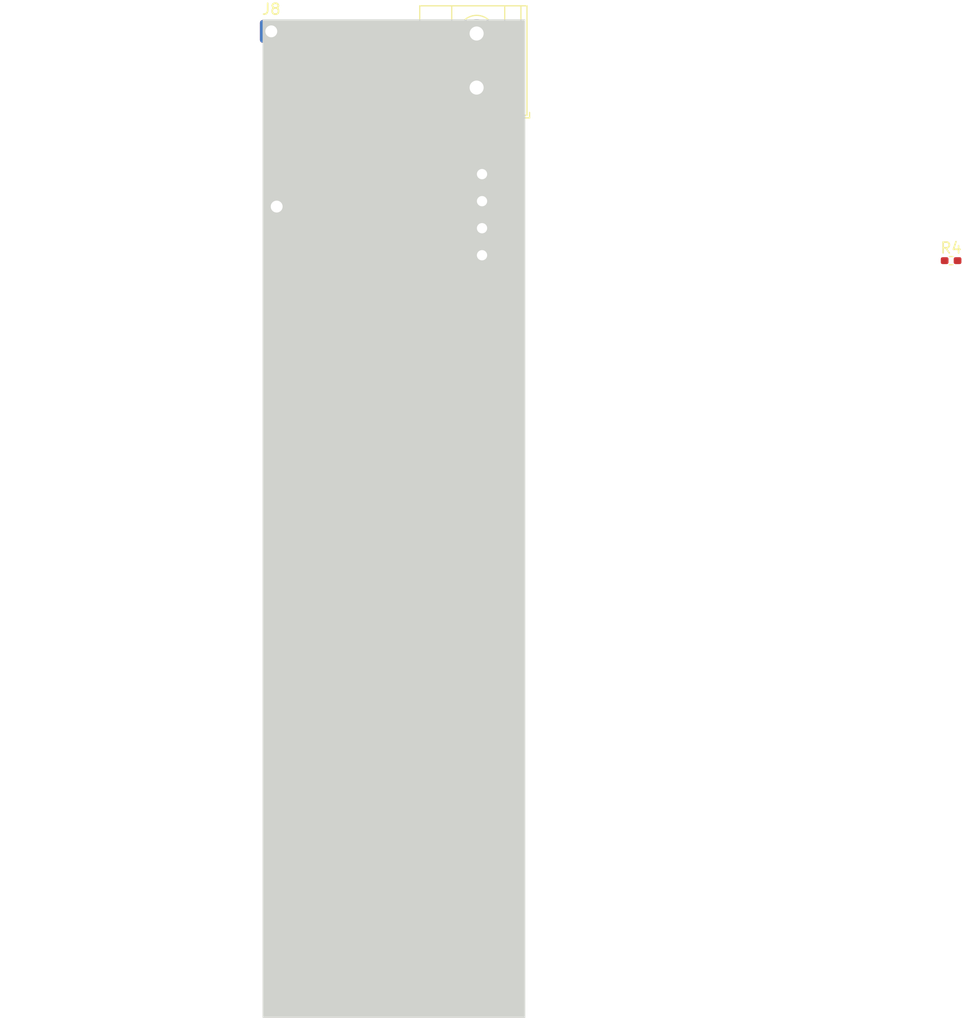
<source format=kicad_pcb>
(kicad_pcb (version 20240108) (generator "pcbnew") (generator_version "8.0")
  (layers (0 "F.Cu" signal) (31 "B.Cu" signal) (34 "B.Paste" user) (35 "F.Paste" user) (36 "B.SilkS" user "B.Silkscreen") (37 "F.SilkS" user "F.Silkscreen") (38 "B.Mask" user) (39 "F.Mask" user) (44 "Edge.Cuts" user))
  (net 0 "")
  (net 1 "GND")
  (net 2 "GNDPWR")
  (net 3 "Net-(J8-Pin_1)")
  (net 4 "+24V")
  (net 5 "/SCL")
  (net 6 "VDD")
  (net 7 "/SDA")
  (net 8 "/ADDR_SEL_0")
  (net 9 "/ADDR_SEL_1")
  (net 10 "/CHAN2_ENABLE")
  (net 11 "/CHAN3_ENABLE")
  (net 12 "/CHAN0_ENABLE")
  (net 15 "/CHAN1_ENABLE")
  (net 18 "Net-(U5-IN-)")
  (net 19 "Net-(U5-IN+)")
  (net 20 "Net-(JP3-C)")
  (net 21 "Net-(JP4-C)")
  (net 22 "Net-(JP5-C)")
  (net 23 "Net-(D1-A)")
  (net 24 "Net-(J7-Pin_1)")
  (footprint "Package_TO_SOT_SMD:SOT-23" (layer "F.Cu") (at 136.5625 49.5 180)
    (property "Reference" "Q1" (at 0 -2.4 360) (layer "F.SilkS"))
    (property "Value" "DMN3404L")
    (fp_line (start 0 1.56) (end 0.65 1.56) (stroke (width 0.12)) (layer "F.SilkS"))
    (fp_line (start 0 1.56) (end -0.65 1.56) (stroke (width 0.12)) (layer "F.SilkS"))
    (fp_line (start 0 -1.56) (end 0.65 -1.56) (stroke (width 0.12)) (layer "F.SilkS"))
    (fp_line (start 0 -1.56) (end -0.65 -1.56) (stroke (width 0.12)) (layer "F.SilkS"))
    (fp_poly (pts (xy -1.1625 -1.51) (xy -1.4025 -1.84) (xy -0.9225 -1.84) (xy -1.1625 -1.51)) (stroke (width 0.12)) (fill solid) (layer "F.SilkS"))
    (pad "1" smd roundrect (at -0.9375 -0.95 180) (size 1.475 0.6) (layers "F.Cu" "F.Paste" "F.Mask") (net 12 "/CHAN0_ENABLE"))
    (pad "2" smd roundrect (at -0.9375 0.95 180) (size 1.475 0.6) (layers "F.Cu" "F.Paste" "F.Mask") (net 2 "GNDPWR"))
    (pad "3" smd roundrect (at 0.9375 0 180) (size 1.475 0.6) (layers "F.Cu" "F.Paste" "F.Mask") (net 24 "Net-(J7-Pin_1)"))
  )
  (footprint "TerminalBlock_Phoenix:TerminalBlock_Phoenix_MKDS-1,5-2_1x02_P5.00mm_Horizontal" (layer "F.Cu") (at 153.5 42.5 90)
    (property "Reference" "J11" (at 2.5 -6.26 90) (layer "F.SilkS"))
    (property "Value" "24V_IN")
    (fp_line (start 7.56 -5.261) (end 7.56 4.66) (stroke (width 0.12)) (layer "F.SilkS"))
    (fp_line (start -2.56 -5.261) (end 7.56 -5.261) (stroke (width 0.12)) (layer "F.SilkS"))
    (fp_line (start -2.56 -5.261) (end -2.56 4.66) (stroke (width 0.12)) (layer "F.SilkS"))
    (fp_line (start -2.56 -2.301) (end 7.56 -2.301) (stroke (width 0.12)) (layer "F.SilkS"))
    (fp_line (start 6.07 -1.275) (end 6.035 -1.239) (stroke (width 0.12)) (layer "F.SilkS"))
    (fp_line (start 6.275 -1.069) (end 6.228 -1.023) (stroke (width 0.12)) (layer "F.SilkS"))
    (fp_line (start 3.773 1.023) (end 3.726 1.069) (stroke (width 0.12)) (layer "F.SilkS"))
    (fp_line (start 3.966 1.239) (end 3.931 1.274) (stroke (width 0.12)) (layer "F.SilkS"))
    (fp_line (start -2.56 2.6) (end 7.56 2.6) (stroke (width 0.12)) (layer "F.SilkS"))
    (fp_line (start -2.56 4.1) (end 7.56 4.1) (stroke (width 0.12)) (layer "F.SilkS"))
    (fp_line (start -2.8 4.16) (end -2.8 4.9) (stroke (width 0.12)) (layer "F.SilkS"))
    (fp_line (start -2.56 4.66) (end 7.56 4.66) (stroke (width 0.12)) (layer "F.SilkS"))
    (fp_line (start -2.8 4.9) (end -2.3 4.9) (stroke (width 0.12)) (layer "F.SilkS"))
    (fp_arc (start -0.683042 -1.535427) (mid 0.000524 -1.680501) (end 0.684 -1.535) (stroke (width 0.12)) (layer "F.SilkS"))
    (fp_arc (start 1.535427 -0.683042) (mid 1.680501 0.000524) (end 1.535 0.684) (stroke (width 0.12)) (layer "F.SilkS"))
    (fp_arc (start -1.535427 0.683042) (mid -1.680501 -0.000524) (end -1.535 -0.684) (stroke (width 0.12)) (layer "F.SilkS"))
    (fp_arc (start 0.683318 1.534756) (mid 0.349292 1.643288) (end 0 1.68) (stroke (width 0.12)) (layer "F.SilkS"))
    (fp_arc (start 0.028805 1.680253) (mid -0.335551 1.646659) (end -0.684 1.535) (stroke (width 0.12)) (layer "F.SilkS"))
    (fp_circle (center 5 0) (end 6.68 0) (stroke (width 0.12)) (fill none) (layer "F.SilkS"))
    (pad "1" thru_hole rect (at 0 0 90) (size 2.6 2.6) (drill 1.3) (layers "*.Cu" "*.Mask") (net 4 "+24V"))
    (pad "2" thru_hole circle (at 5 0 90) (size 2.6 2.6) (drill 1.3) (layers "*.Cu" "*.Mask") (net 2 "GNDPWR"))
  )
  (footprint "Package_SO:SOIC-16W_7.5x10.3mm_P1.27mm" (layer "F.Cu") (at 147.65 65.055)
    (property "Reference" "U1" (at 0 -6.1 0) (layer "F.SilkS"))
    (property "Value" "PCF8574")
    (fp_line (start -3.86 -5.26) (end -3.86 -5.005) (stroke (width 0.12)) (layer "F.SilkS"))
    (fp_line (start -3.86 5.26) (end -3.86 5.005) (stroke (width 0.12)) (layer "F.SilkS"))
    (fp_line (start 0 -5.26) (end -3.86 -5.26) (stroke (width 0.12)) (layer "F.SilkS"))
    (fp_line (start 0 -5.26) (end 3.86 -5.26) (stroke (width 0.12)) (layer "F.SilkS"))
    (fp_line (start 0 5.26) (end -3.86 5.26) (stroke (width 0.12)) (layer "F.SilkS"))
    (fp_line (start 0 5.26) (end 3.86 5.26) (stroke (width 0.12)) (layer "F.SilkS"))
    (fp_line (start 3.86 -5.26) (end 3.86 -5.005) (stroke (width 0.12)) (layer "F.SilkS"))
    (fp_line (start 3.86 5.26) (end 3.86 5.005) (stroke (width 0.12)) (layer "F.SilkS"))
    (fp_poly (pts (xy -4.7125 -5.005) (xy -5.0525 -5.475) (xy -4.3725 -5.475) (xy -4.7125 -5.005)) (stroke (width 0.12)) (fill solid) (layer "F.SilkS"))
    (pad "1" smd roundrect (at -4.65 -4.445) (size 2.05 0.6) (layers "F.Cu" "F.Paste" "F.Mask") (net 20 "Net-(JP3-C)"))
    (pad "2" smd roundrect (at -4.65 -3.175) (size 2.05 0.6) (layers "F.Cu" "F.Paste" "F.Mask") (net 22 "Net-(JP5-C)"))
    (pad "3" smd roundrect (at -4.65 -1.905) (size 2.05 0.6) (layers "F.Cu" "F.Paste" "F.Mask") (net 21 "Net-(JP4-C)"))
    (pad "4" smd roundrect (at -4.65 -0.635) (size 2.05 0.6) (layers "F.Cu" "F.Paste" "F.Mask") (net 12 "/CHAN0_ENABLE"))
    (pad "5" smd roundrect (at -4.65 0.635) (size 2.05 0.6) (layers "F.Cu" "F.Paste" "F.Mask") (net 15 "/CHAN1_ENABLE"))
    (pad "6" smd roundrect (at -4.65 1.905) (size 2.05 0.6) (layers "F.Cu" "F.Paste" "F.Mask") (net 10 "/CHAN2_ENABLE"))
    (pad "7" smd roundrect (at -4.65 3.175) (size 2.05 0.6) (layers "F.Cu" "F.Paste" "F.Mask") (net 11 "/CHAN3_ENABLE"))
    (pad "8" smd roundrect (at -4.65 4.445) (size 2.05 0.6) (layers "F.Cu" "F.Paste" "F.Mask") (net 1 "GND"))
    (pad "9" smd roundrect (at 4.65 4.445) (size 2.05 0.6) (layers "F.Cu" "F.Paste" "F.Mask") (net 11 "/CHAN3_ENABLE"))
    (pad "10" smd roundrect (at 4.65 3.175) (size 2.05 0.6) (layers "F.Cu" "F.Paste" "F.Mask"))
    (pad "11" smd roundrect (at 4.65 1.905) (size 2.05 0.6) (layers "F.Cu" "F.Paste" "F.Mask"))
    (pad "12" smd roundrect (at 4.65 0.635) (size 2.05 0.6) (layers "F.Cu" "F.Paste" "F.Mask"))
    (pad "13" smd roundrect (at 4.65 -0.635) (size 2.05 0.6) (layers "F.Cu" "F.Paste" "F.Mask"))
    (pad "14" smd roundrect (at 4.65 -1.905) (size 2.05 0.6) (layers "F.Cu" "F.Paste" "F.Mask") (net 5 "/SCL"))
    (pad "15" smd roundrect (at 4.65 -3.175) (size 2.05 0.6) (layers "F.Cu" "F.Paste" "F.Mask") (net 7 "/SDA"))
    (pad "16" smd roundrect (at 4.65 -4.445) (size 2.05 0.6) (layers "F.Cu" "F.Paste" "F.Mask") (net 6 "VDD"))
  )
  (footprint "Resistor_SMD:R_0402_1005Metric_Pad0.72x0.64mm_HandSolder" (layer "F.Cu") (at 149.5 47.4025 90)
    (property "Reference" "R3" (at 0 -1.17 90) (layer "F.SilkS"))
    (property "Value" "R")
    (fp_line (start -0.167621 -0.38) (end 0.167621 -0.38) (stroke (width 0.12)) (layer "F.SilkS"))
    (fp_line (start -0.167621 0.38) (end 0.167621 0.38) (stroke (width 0.12)) (layer "F.SilkS"))
    (pad "1" smd roundrect (at -0.5975 0 90) (size 0.715 0.64) (layers "F.Cu" "F.Paste" "F.Mask") (net 6 "VDD"))
    (pad "2" smd roundrect (at 0.5975 0 90) (size 0.715 0.64) (layers "F.Cu" "F.Paste" "F.Mask") (net 7 "/SDA"))
  )
  (footprint "Package_TO_SOT_SMD:SOT-23-8" (layer "F.Cu") (at 145.1375 41.025)
    (property "Reference" "U5" (at 0 -2.4 360) (layer "F.SilkS"))
    (property "Value" "INA219AxDCN")
    (fp_line (start 0 -1.56) (end -0.8 -1.56) (stroke (width 0.12)) (layer "F.SilkS"))
    (fp_line (start 0 -1.56) (end 0.8 -1.56) (stroke (width 0.12)) (layer "F.SilkS"))
    (fp_line (start 0 1.56) (end -0.8 1.56) (stroke (width 0.12)) (layer "F.SilkS"))
    (fp_line (start 0 1.56) (end 0.8 1.56) (stroke (width 0.12)) (layer "F.SilkS"))
    (fp_poly (pts (xy -1.3 -1.485) (xy -1.54 -1.815) (xy -1.06 -1.815) (xy -1.3 -1.485)) (stroke (width 0.12)) (fill solid) (layer "F.SilkS"))
    (pad "1" smd roundrect (at -1.1375 -0.975) (size 1.325 0.5) (layers "F.Cu" "F.Paste" "F.Mask") (net 19 "Net-(U5-IN+)"))
    (pad "2" smd roundrect (at -1.1375 -0.325) (size 1.325 0.5) (layers "F.Cu" "F.Paste" "F.Mask") (net 18 "Net-(U5-IN-)"))
    (pad "3" smd roundrect (at -1.1375 0.325) (size 1.325 0.5) (layers "F.Cu" "F.Paste" "F.Mask") (net 1 "GND"))
    (pad "4" smd roundrect (at -1.1375 0.975) (size 1.325 0.5) (layers "F.Cu" "F.Paste" "F.Mask") (net 6 "VDD"))
    (pad "5" smd roundrect (at 1.1375 0.975) (size 1.325 0.5) (layers "F.Cu" "F.Paste" "F.Mask") (net 5 "/SCL"))
    (pad "6" smd roundrect (at 1.1375 0.325) (size 1.325 0.5) (layers "F.Cu" "F.Paste" "F.Mask") (net 7 "/SDA"))
    (pad "7" smd roundrect (at 1.1375 -0.325) (size 1.325 0.5) (layers "F.Cu" "F.Paste" "F.Mask") (net 1 "GND"))
    (pad "8" smd roundrect (at 1.1375 -0.975) (size 1.325 0.5) (layers "F.Cu" "F.Paste" "F.Mask") (net 8 "/ADDR_SEL_0"))
  )
  (footprint "Connector_JST:JST_XH_B4B-XH-A_1x04_P2.50mm_Vertical" (layer "F.Cu") (at 154 58 90)
    (property "Reference" "J12" (at 3.75 -3.55 90) (layer "F.SilkS"))
    (property "Value" "Conn_01x04")
    (fp_line (start -1.6 -2.75) (end -2.85 -2.75) (stroke (width 0.12)) (layer "F.SilkS"))
    (fp_line (start -2.85 -2.75) (end -2.85 -1.5) (stroke (width 0.12)) (layer "F.SilkS"))
    (fp_line (start 10.06 -2.46) (end -2.56 -2.46) (stroke (width 0.12)) (layer "F.SilkS"))
    (fp_line (start -2.56 -2.46) (end -2.56 3.51) (stroke (width 0.12)) (layer "F.SilkS"))
    (fp_line (start 10.05 -2.45) (end 8.25 -2.45) (stroke (width 0.12)) (layer "F.SilkS"))
    (fp_line (start 8.25 -2.45) (end 8.25 -1.7) (stroke (width 0.12)) (layer "F.SilkS"))
    (fp_line (start 6.75 -2.45) (end 0.75 -2.45) (stroke (width 0.12)) (layer "F.SilkS"))
    (fp_line (start 0.75 -2.45) (end 0.75 -1.7) (stroke (width 0.12)) (layer "F.SilkS"))
    (fp_line (start -0.75 -2.45) (end -2.55 -2.45) (stroke (width 0.12)) (layer "F.SilkS"))
    (fp_line (start -2.55 -2.45) (end -2.55 -1.7) (stroke (width 0.12)) (layer "F.SilkS"))
    (fp_line (start 10.05 -1.7) (end 10.05 -2.45) (stroke (width 0.12)) (layer "F.SilkS"))
    (fp_line (start 8.25 -1.7) (end 10.05 -1.7) (stroke (width 0.12)) (layer "F.SilkS"))
    (fp_line (start 6.75 -1.7) (end 6.75 -2.45) (stroke (width 0.12)) (layer "F.SilkS"))
    (fp_line (start 0.75 -1.7) (end 6.75 -1.7) (stroke (width 0.12)) (layer "F.SilkS"))
    (fp_line (start -0.75 -1.7) (end -0.75 -2.45) (stroke (width 0.12)) (layer "F.SilkS"))
    (fp_line (start -2.55 -1.7) (end -0.75 -1.7) (stroke (width 0.12)) (layer "F.SilkS"))
    (fp_line (start 10.05 -0.2) (end 9.3 -0.2) (stroke (width 0.12)) (layer "F.SilkS"))
    (fp_line (start 9.3 -0.2) (end 9.3 2.75) (stroke (width 0.12)) (layer "F.SilkS"))
    (fp_line (start -1.8 -0.2) (end -1.8 2.75) (stroke (width 0.12)) (layer "F.SilkS"))
    (fp_line (start -2.55 -0.2) (end -1.8 -0.2) (stroke (width 0.12)) (layer "F.SilkS"))
    (fp_line (start 9.3 2.75) (end 3.75 2.75) (stroke (width 0.12)) (layer "F.SilkS"))
    (fp_line (start -1.8 2.75) (end 3.75 2.75) (stroke (width 0.12)) (layer "F.SilkS"))
    (fp_line (start 10.06 3.51) (end 10.06 -2.46) (stroke (width 0.12)) (layer "F.SilkS"))
    (fp_line (start -2.56 3.51) (end 10.06 3.51) (stroke (width 0.12)) (layer "F.SilkS"))
    (pad "1" thru_hole roundrect (at 0 0 90) (size 1.7 1.95) (drill 0.95) (layers "*.Cu" "*.Mask") (roundrect_rratio 0.147059) (net 7 "/SDA"))
    (pad "2" thru_hole oval (at 2.5 0 90) (size 1.7 1.95) (drill 0.95) (layers "*.Cu" "*.Mask") (net 5 "/SCL"))
    (pad "3" thru_hole oval (at 5 0 90) (size 1.7 1.95) (drill 0.95) (layers "*.Cu" "*.Mask") (net 6 "VDD"))
    (pad "4" thru_hole oval (at 7.5 0 90) (size 1.7 1.95) (drill 0.95) (layers "*.Cu" "*.Mask") (net 1 "GND"))
  )
  (footprint "Connector_Wire:SolderWire-0.5sqmm_1x01_D0.9mm_OD2.1mm" (layer "F.Cu") (at 134.5 37.5)
    (property "Reference" "J8" (at 0 -2.25 0) (layer "F.SilkS"))
    (property "Value" "CHAN0+")
    (pad "1" thru_hole roundrect (at 0 -0.2) (size 2.1 2.1) (drill 1.1) (layers "*.Cu" "*.Mask") (roundrect_rratio 0.119048) (net 3 "Net-(J8-Pin_1)"))
  )
  (footprint "Resistor_SMD:R_0402_1005Metric" (layer "F.Cu") (at 139 40.99 -90)
    (property "Reference" "R24" (at 0 -1.17 -90) (layer "F.SilkS"))
    (property "Value" "R10")
    (fp_line (start -0.153641 0.38) (end 0.153641 0.38) (stroke (width 0.12)) (layer "F.SilkS"))
    (fp_line (start -0.153641 -0.38) (end 0.153641 -0.38) (stroke (width 0.12)) (layer "F.SilkS"))
    (pad "1" smd roundrect (at -0.51 0 270) (size 0.54 0.64) (layers "F.Cu" "F.Paste" "F.Mask") (net 3 "Net-(J8-Pin_1)"))
    (pad "2" smd roundrect (at 0.51 0 270) (size 0.54 0.64) (layers "F.Cu" "F.Paste" "F.Mask") (net 18 "Net-(U5-IN-)"))
  )
  (footprint "Resistor_SMD:R_0402_1005Metric_Pad0.72x0.64mm_HandSolder" (layer "F.Cu") (at 197.4025 58.5)
    (property "Reference" "R4" (at 0 -1.17 0) (layer "F.SilkS"))
    (property "Value" "R")
    (fp_line (start -0.167621 -0.38) (end 0.167621 -0.38) (stroke (width 0.12)) (layer "F.SilkS"))
    (fp_line (start -0.167621 0.38) (end 0.167621 0.38) (stroke (width 0.12)) (layer "F.SilkS"))
    (pad "1" smd roundrect (at -0.5975 0) (size 0.715 0.64) (layers "F.Cu" "F.Paste" "F.Mask") (net 6 "VDD"))
    (pad "2" smd roundrect (at 0.5975 0) (size 0.715 0.64) (layers "F.Cu" "F.Paste" "F.Mask") (net 5 "/SCL"))
  )
  (footprint "Resistor_SMD:R_1210_3225Metric_Pad1.30x2.65mm_HandSolder" (layer "F.Cu") (at 139.55 38 180)
    (property "Reference" "R22" (at 0 -2.28 360) (layer "F.SilkS"))
    (property "Value" "0R1")
    (fp_line (start -0.723737 1.355) (end 0.723737 1.355) (stroke (width 0.12)) (layer "F.SilkS"))
    (fp_line (start -0.723737 -1.355) (end 0.723737 -1.355) (stroke (width 0.12)) (layer "F.SilkS"))
    (pad "1" smd roundrect (at -1.55 0 180) (size 1.3 2.65) (layers "F.Cu" "F.Paste" "F.Mask") (roundrect_rratio 0.192308) (net 4 "+24V"))
    (pad "2" smd roundrect (at 1.55 0 180) (size 1.3 2.65) (layers "F.Cu" "F.Paste" "F.Mask") (roundrect_rratio 0.192308) (net 3 "Net-(J8-Pin_1)"))
  )
  (footprint "Resistor_SMD:R_0402_1005Metric" (layer "F.Cu") (at 140.5 40.99 -90)
    (property "Reference" "R23" (at 0 -1.17 90) (layer "F.SilkS"))
    (property "Value" "R10")
    (fp_line (start -0.153641 0.38) (end 0.153641 0.38) (stroke (width 0.12)) (layer "F.SilkS"))
    (fp_line (start -0.153641 -0.38) (end 0.153641 -0.38) (stroke (width 0.12)) (layer "F.SilkS"))
    (pad "1" smd roundrect (at -0.51 0 270) (size 0.54 0.64) (layers "F.Cu" "F.Paste" "F.Mask") (net 4 "+24V"))
    (pad "2" smd roundrect (at 0.51 0 270) (size 0.54 0.64) (layers "F.Cu" "F.Paste" "F.Mask") (net 19 "Net-(U5-IN+)"))
  )
  (footprint "Capacitor_SMD:C_0603_1608Metric" (layer "F.Cu") (at 142 41.275 -90)
    (property "Reference" "C4" (at 0 -1.43 90) (layer "F.SilkS"))
    (property "Value" "1uF")
    (fp_line (start -0.14058 0.51) (end 0.14058 0.51) (stroke (width 0.12)) (layer "F.SilkS"))
    (fp_line (start -0.14058 -0.51) (end 0.14058 -0.51) (stroke (width 0.12)) (layer "F.SilkS"))
    (pad "1" smd roundrect (at -0.775 0 270) (size 0.9 0.95) (layers "F.Cu" "F.Paste" "F.Mask") (net 19 "Net-(U5-IN+)"))
    (pad "2" smd roundrect (at 0.775 0 270) (size 0.9 0.95) (layers "F.Cu" "F.Paste" "F.Mask") (net 18 "Net-(U5-IN-)"))
  )
  (footprint "Jumper:SolderJumper-3_P1.3mm_Open_RoundedPad1.0x1.5mm_NumberLabels" (layer "F.Cu") (at 148 53.5 90)
    (property "Reference" "JP2" (at 0 -1.8 90) (layer "F.SilkS"))
    (property "Value" "SolderJumper_3_Open")
    (fp_line (start -1.4 -1) (end 1.4 -1) (stroke (width 0.12)) (layer "F.SilkS"))
    (fp_line (start 2.05 -0.3) (end 2.05 0.3) (stroke (width 0.12)) (layer "F.SilkS"))
    (fp_line (start -2.05 0.3) (end -2.05 -0.3) (stroke (width 0.12)) (layer "F.SilkS"))
    (fp_line (start 1.4 1) (end -1.4 1) (stroke (width 0.12)) (layer "F.SilkS"))
    (fp_arc (start 1.35 -1) (mid 1.844975 -0.794975) (end 2.05 -0.3) (stroke (width 0.12)) (layer "F.SilkS"))
    (fp_arc (start -2.05 -0.3) (mid -1.844975 -0.794975) (end -1.35 -1) (stroke (width 0.12)) (layer "F.SilkS"))
    (fp_arc (start 2.05 0.3) (mid 1.844975 0.794975) (end 1.35 1) (stroke (width 0.12)) (layer "F.SilkS"))
    (fp_arc (start -1.35 1) (mid -1.844975 0.794975) (end -2.05 0.3) (stroke (width 0.12)) (layer "F.SilkS"))
    (fp_text user "1" (at -2.6 0 90) (layer "F.SilkS"))
    (fp_text user "3" (at 2.6 0 90) (layer "F.SilkS"))
    (pad "1" smd custom (at -1.3 0 90) (size 1 0.5) (layers "F.Cu" "F.Mask") (net 6 "VDD") (options (clearance outline) (anchor rect)) (primitives (gr_circle (center 0 0.25) (end 0.5 0.25) (width 0) (fill yes)) (gr_circle (center 0 -0.25) (end 0.5 -0.25) (width 0) (fill yes)) (gr_poly (pts (xy 0.55 0.75) (xy 0 0.75) (xy 0 -0.75) (xy 0.55 -0.75)) (width 0) (fill yes))))
    (pad "2" smd rect (at 0 0 90) (size 1 1.5) (layers "F.Cu" "F.Mask") (net 9 "/ADDR_SEL_1"))
    (pad "3" smd custom (at 1.3 0 90) (size 1 0.5) (layers "F.Cu" "F.Mask") (net 5 "/SCL") (options (clearance outline) (anchor rect)) (primitives (gr_circle (center 0 0.25) (end 0.5 0.25) (width 0) (fill yes)) (gr_circle (center 0 -0.25) (end 0.5 -0.25) (width 0) (fill yes)) (gr_poly (pts (xy 0 0.75) (xy -0.55 0.75) (xy -0.55 -0.75) (xy 0 -0.75)) (width 0) (fill yes))))
  )
  (footprint "Jumper:SolderJumper-3_P1.3mm_Open_RoundedPad1.0x1.5mm_NumberLabels" (layer "F.Cu") (at 150.5 53.5 90)
    (property "Reference" "JP1" (at 0 -1.8 90) (layer "F.SilkS"))
    (property "Value" "SolderJumper_3_Open")
    (fp_line (start -1.4 -1) (end 1.4 -1) (stroke (width 0.12)) (layer "F.SilkS"))
    (fp_line (start 2.05 -0.3) (end 2.05 0.3) (stroke (width 0.12)) (layer "F.SilkS"))
    (fp_line (start -2.05 0.3) (end -2.05 -0.3) (stroke (width 0.12)) (layer "F.SilkS"))
    (fp_line (start 1.4 1) (end -1.4 1) (stroke (width 0.12)) (layer "F.SilkS"))
    (fp_arc (start 1.35 -1) (mid 1.844975 -0.794975) (end 2.05 -0.3) (stroke (width 0.12)) (layer "F.SilkS"))
    (fp_arc (start -2.05 -0.3) (mid -1.844975 -0.794975) (end -1.35 -1) (stroke (width 0.12)) (layer "F.SilkS"))
    (fp_arc (start 2.05 0.3) (mid 1.844975 0.794975) (end 1.35 1) (stroke (width 0.12)) (layer "F.SilkS"))
    (fp_arc (start -1.35 1) (mid -1.844975 0.794975) (end -2.05 0.3) (stroke (width 0.12)) (layer "F.SilkS"))
    (fp_text user "1" (at -2.6 0 90) (layer "F.SilkS"))
    (fp_text user "3" (at 2.6 0 90) (layer "F.SilkS"))
    (pad "1" smd custom (at -1.3 0 90) (size 1 0.5) (layers "F.Cu" "F.Mask") (net 1 "GND") (options (clearance outline) (anchor rect)) (primitives (gr_circle (center 0 0.25) (end 0.5 0.25) (width 0) (fill yes)) (gr_circle (center 0 -0.25) (end 0.5 -0.25) (width 0) (fill yes)) (gr_poly (pts (xy 0.55 0.75) (xy 0 0.75) (xy 0 -0.75) (xy 0.55 -0.75)) (width 0) (fill yes))))
    (pad "2" smd rect (at 0 0 90) (size 1 1.5) (layers "F.Cu" "F.Mask") (net 8 "/ADDR_SEL_0"))
    (pad "3" smd custom (at 1.3 0 90) (size 1 0.5) (layers "F.Cu" "F.Mask") (net 7 "/SDA") (options (clearance outline) (anchor rect)) (primitives (gr_circle (center 0 0.25) (end 0.5 0.25) (width 0) (fill yes)) (gr_circle (center 0 -0.25) (end 0.5 -0.25) (width 0) (fill yes)) (gr_poly (pts (xy 0 0.75) (xy -0.55 0.75) (xy -0.55 -0.75) (xy 0 -0.75)) (width 0) (fill yes))))
  )
  (footprint "Connector_Wire:SolderWire-0.5sqmm_1x01_D0.9mm_OD2.1mm" (layer "F.Cu") (at 135 53.5)
    (property "Reference" "J7" (at 0 -2.25 0) (layer "F.SilkS"))
    (property "Value" "CHAN0-")
    (pad "1" thru_hole roundrect (at 0 0) (size 2.1 2.1) (drill 1.1) (layers "*.Cu" "*.Mask") (roundrect_rratio 0.119048) (net 24 "Net-(J7-Pin_1)"))
  )
  (footprint "LED_SMD:LED_0402_1005Metric" (layer "F.Cu") (at 138.5 45.485 90)
    (property "Reference" "D1" (at 0 -1.17 90) (layer "F.SilkS"))
    (property "Value" "LED")
    (fp_circle (center -1.09 0) (end -1.04 0) (stroke (width 0.1)) (fill none) (layer "F.SilkS"))
    (pad "1" smd roundrect (at -0.485 0 90) (size 0.59 0.64) (layers "F.Cu" "F.Paste" "F.Mask") (net 12 "/CHAN0_ENABLE"))
    (pad "2" smd roundrect (at 0.485 0 90) (size 0.59 0.64) (layers "F.Cu" "F.Paste" "F.Mask") (net 23 "Net-(D1-A)"))
  )
  (footprint "Jumper:SolderJumper-3_P1.3mm_Open_RoundedPad1.0x1.5mm_NumberLabels" (layer "B.Cu") (at 147.65 62.555)
    (property "Reference" "JP3" (at 0 1.8 0) (layer "B.SilkS") (effects (justify mirror)))
    (property "Value" "A0")
    (fp_line (start -2.05 0.3) (end -2.05 -0.3) (stroke (width 0.12)) (layer "B.SilkS"))
    (fp_line (start -1.4 -1) (end 1.4 -1) (stroke (width 0.12)) (layer "B.SilkS"))
    (fp_line (start 1.4 1) (end -1.4 1) (stroke (width 0.12)) (layer "B.SilkS"))
    (fp_line (start 2.05 -0.3) (end 2.05 0.3) (stroke (width 0.12)) (layer "B.SilkS"))
    (fp_arc (start -2.05 -0.3) (mid -1.844975 -0.794975) (end -1.35 -1) (stroke (width 0.12)) (layer "B.SilkS"))
    (fp_arc (start -1.35 1) (mid -1.844975 0.794975) (end -2.05 0.3) (stroke (width 0.12)) (layer "B.SilkS"))
    (fp_arc (start 1.35 -1) (mid 1.844975 -0.794975) (end 2.05 -0.3) (stroke (width 0.12)) (layer "B.SilkS"))
    (fp_arc (start 2.05 0.3) (mid 1.844975 0.794975) (end 1.35 1) (stroke (width 0.12)) (layer "B.SilkS"))
    (fp_text user "3" (at 2.6 0 0) (layer "B.SilkS") (effects (justify mirror)))
    (fp_text user "1" (at -2.6 0 0) (layer "B.SilkS") (effects (justify mirror)))
    (pad "1" smd custom (at -1.3 0) (size 1 0.5) (layers "B.Cu" "B.Mask") (net 1 "GND") (options (clearance outline) (anchor rect)) (primitives (gr_circle (center 0 -0.25) (end 0.5 -0.25) (width 0) (fill yes)) (gr_circle (center 0 0.25) (end 0.5 0.25) (width 0) (fill yes)) (gr_poly (pts (xy 0.55 -0.75) (xy 0 -0.75) (xy 0 0.75) (xy 0.55 0.75)) (width 0) (fill yes))))
    (pad "2" smd rect (at 0 0) (size 1 1.5) (layers "B.Cu" "B.Mask") (net 20 "Net-(JP3-C)"))
    (pad "3" smd custom (at 1.3 0) (size 1 0.5) (layers "B.Cu" "B.Mask") (net 6 "VDD") (options (clearance outline) (anchor rect)) (primitives (gr_circle (center 0 -0.25) (end 0.5 -0.25) (width 0) (fill yes)) (gr_circle (center 0 0.25) (end 0.5 0.25) (width 0) (fill yes)) (gr_poly (pts (xy 0 -0.75) (xy -0.55 -0.75) (xy -0.55 0.75) (xy 0 0.75)) (width 0) (fill yes))))
  )
  (footprint "Jumper:SolderJumper-3_P1.3mm_Bridged12_Pad1.0x1.5mm_NumberLabels" (layer "B.Cu") (at 147.65 65.055)
    (property "Reference" "JP4" (at 0 1.8 0) (layer "B.SilkS") (effects (justify mirror)))
    (property "Value" "A2")
    (fp_poly (pts (xy -0.9 0.3) (xy -0.4 0.3) (xy -0.4 -0.3) (xy -0.9 -0.3)) (fill solid) (layer "B.Cu"))
    (fp_line (start -2.05 -1) (end 2.05 -1) (stroke (width 0.12)) (layer "B.SilkS"))
    (fp_line (start -2.05 1) (end -2.05 -1) (stroke (width 0.12)) (layer "B.SilkS"))
    (fp_line (start 2.05 -1) (end 2.05 1) (stroke (width 0.12)) (layer "B.SilkS"))
    (fp_line (start 2.05 1) (end -2.05 1) (stroke (width 0.12)) (layer "B.SilkS"))
    (fp_text user "1" (at -2.6 0 0) (layer "B.SilkS") (effects (justify mirror)))
    (fp_text user "3" (at 2.6 0 0) (layer "B.SilkS") (effects (justify mirror)))
    (pad "1" smd rect (at -1.3 0) (size 1 1.5) (layers "B.Cu" "B.Mask") (net 1 "GND"))
    (pad "2" smd rect (at 0 0) (size 1 1.5) (layers "B.Cu" "B.Mask") (net 21 "Net-(JP4-C)"))
    (pad "3" smd rect (at 1.3 0) (size 1 1.5) (layers "B.Cu" "B.Mask") (net 6 "VDD"))
  )
  (footprint "Jumper:SolderJumper-3_P1.3mm_Bridged12_Pad1.0x1.5mm_NumberLabels" (layer "B.Cu") (at 147.65 67.555)
    (property "Reference" "JP5" (at 0 1.8 0) (layer "B.SilkS") (effects (justify mirror)))
    (property "Value" "A1")
    (fp_poly (pts (xy -0.9 0.3) (xy -0.4 0.3) (xy -0.4 -0.3) (xy -0.9 -0.3)) (fill solid) (layer "B.Cu"))
    (fp_line (start -2.05 -1) (end 2.05 -1) (stroke (width 0.12)) (layer "B.SilkS"))
    (fp_line (start -2.05 1) (end -2.05 -1) (stroke (width 0.12)) (layer "B.SilkS"))
    (fp_line (start 2.05 -1) (end 2.05 1) (stroke (width 0.12)) (layer "B.SilkS"))
    (fp_line (start 2.05 1) (end -2.05 1) (stroke (width 0.12)) (layer "B.SilkS"))
    (fp_text user "3" (at 2.6 0 0) (layer "B.SilkS") (effects (justify mirror)))
    (fp_text user "1" (at -2.6 0 0) (layer "B.SilkS") (effects (justify mirror)))
    (pad "1" smd rect (at -1.3 0) (size 1 1.5) (layers "B.Cu" "B.Mask") (net 1 "GND"))
    (pad "2" smd rect (at 0 0) (size 1 1.5) (layers "B.Cu" "B.Mask") (net 22 "Net-(JP5-C)"))
    (pad "3" smd rect (at 1.3 0) (size 1 1.5) (layers "B.Cu" "B.Mask") (net 6 "VDD"))
  )
  (gr_poly (pts (xy 133.7 36.2) (xy 158 36.2) (xy 158 128.5) (xy 133.7 128.5)) (fill solid) (layer "Edge.Cuts"))
)
</source>
